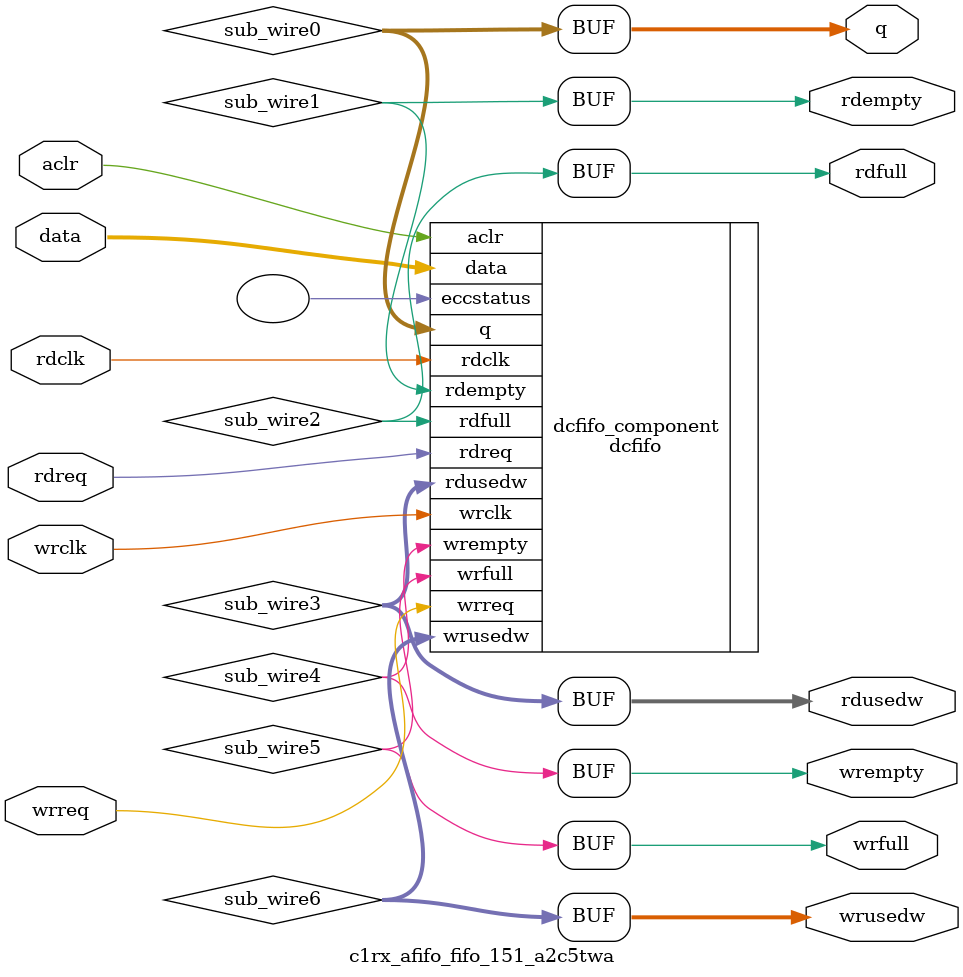
<source format=v>



`timescale 1 ps / 1 ps
// synopsys translate_on
module  c1rx_afifo_fifo_151_a2c5twa  (
    aclr,
    data,
    rdclk,
    rdreq,
    wrclk,
    wrreq,
    q,
    rdempty,
    rdfull,
    rdusedw,
    wrempty,
    wrfull,
    wrusedw);

    input    aclr;
    input  [28:0]  data;
    input    rdclk;
    input    rdreq;
    input    wrclk;
    input    wrreq;
    output [28:0]  q;
    output   rdempty;
    output   rdfull;
    output [8:0]  rdusedw;
    output   wrempty;
    output   wrfull;
    output [8:0]  wrusedw;
`ifndef ALTERA_RESERVED_QIS
// synopsys translate_off
`endif
    tri0     aclr;
`ifndef ALTERA_RESERVED_QIS
// synopsys translate_on
`endif

    wire [28:0] sub_wire0;
    wire  sub_wire1;
    wire  sub_wire2;
    wire [8:0] sub_wire3;
    wire  sub_wire4;
    wire  sub_wire5;
    wire [8:0] sub_wire6;
    wire [28:0] q = sub_wire0[28:0];
    wire  rdempty = sub_wire1;
    wire  rdfull = sub_wire2;
    wire [8:0] rdusedw = sub_wire3[8:0];
    wire  wrempty = sub_wire4;
    wire  wrfull = sub_wire5;
    wire [8:0] wrusedw = sub_wire6[8:0];

    dcfifo  dcfifo_component (
                .aclr (aclr),
                .data (data),
                .rdclk (rdclk),
                .rdreq (rdreq),
                .wrclk (wrclk),
                .wrreq (wrreq),
                .q (sub_wire0),
                .rdempty (sub_wire1),
                .rdfull (sub_wire2),
                .rdusedw (sub_wire3),
                .wrempty (sub_wire4),
                .wrfull (sub_wire5),
                .wrusedw (sub_wire6),
                .eccstatus ());
    defparam
        dcfifo_component.add_usedw_msb_bit  = "ON",
        dcfifo_component.enable_ecc  = "FALSE",
        dcfifo_component.intended_device_family  = "Arria 10",
        dcfifo_component.lpm_hint  = "DISABLE_DCFIFO_EMBEDDED_TIMING_CONSTRAINT=TRUE",
        dcfifo_component.lpm_numwords  = 256,
        dcfifo_component.lpm_showahead  = "OFF",
        dcfifo_component.lpm_type  = "dcfifo",
        dcfifo_component.lpm_width  = 29,
        dcfifo_component.lpm_widthu  = 9,
        dcfifo_component.overflow_checking  = "ON",
        dcfifo_component.rdsync_delaypipe  = 5,
        dcfifo_component.read_aclr_synch  = "ON",
        dcfifo_component.underflow_checking  = "ON",
        dcfifo_component.use_eab  = "ON",
        dcfifo_component.write_aclr_synch  = "ON",
        dcfifo_component.wrsync_delaypipe  = 5;


endmodule



</source>
